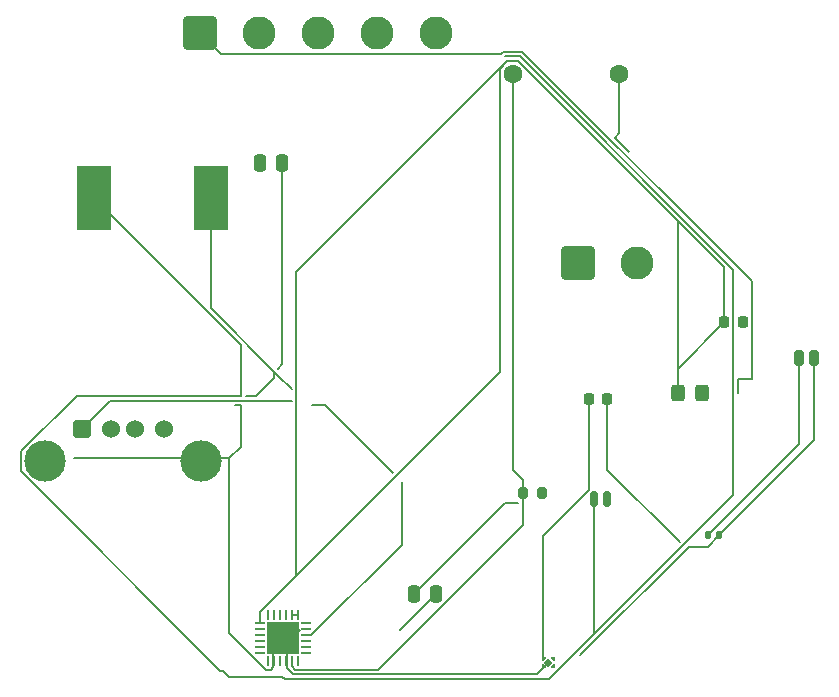
<source format=gbr>
%TF.GenerationSoftware,KiCad,Pcbnew,9.0.0*%
%TF.CreationDate,2025-03-31T12:00:39+05:30*%
%TF.ProjectId,ass kicad,61737320-6b69-4636-9164-2e6b69636164,rev?*%
%TF.SameCoordinates,Original*%
%TF.FileFunction,Copper,L1,Top*%
%TF.FilePolarity,Positive*%
%FSLAX46Y46*%
G04 Gerber Fmt 4.6, Leading zero omitted, Abs format (unit mm)*
G04 Created by KiCad (PCBNEW 9.0.0) date 2025-03-31 12:00:39*
%MOMM*%
%LPD*%
G01*
G04 APERTURE LIST*
G04 Aperture macros list*
%AMRoundRect*
0 Rectangle with rounded corners*
0 $1 Rounding radius*
0 $2 $3 $4 $5 $6 $7 $8 $9 X,Y pos of 4 corners*
0 Add a 4 corners polygon primitive as box body*
4,1,4,$2,$3,$4,$5,$6,$7,$8,$9,$2,$3,0*
0 Add four circle primitives for the rounded corners*
1,1,$1+$1,$2,$3*
1,1,$1+$1,$4,$5*
1,1,$1+$1,$6,$7*
1,1,$1+$1,$8,$9*
0 Add four rect primitives between the rounded corners*
20,1,$1+$1,$2,$3,$4,$5,0*
20,1,$1+$1,$4,$5,$6,$7,0*
20,1,$1+$1,$6,$7,$8,$9,0*
20,1,$1+$1,$8,$9,$2,$3,0*%
%AMRotRect*
0 Rectangle, with rotation*
0 The origin of the aperture is its center*
0 $1 length*
0 $2 width*
0 $3 Rotation angle, in degrees counterclockwise*
0 Add horizontal line*
21,1,$1,$2,0,0,$3*%
%AMFreePoly0*
4,1,6,0.130000,0.115000,0.130000,-0.115000,-0.130000,-0.115000,-0.130000,0.275000,-0.020000,0.275000,0.130000,0.115000,0.130000,0.115000,$1*%
%AMFreePoly1*
4,1,6,0.130000,-0.115000,-0.130000,-0.115000,-0.130000,0.115000,0.020000,0.275000,0.130000,0.275000,0.130000,-0.115000,0.130000,-0.115000,$1*%
G04 Aperture macros list end*
%TA.AperFunction,SMDPad,CuDef*%
%ADD10RoundRect,0.225000X-0.225000X-0.250000X0.225000X-0.250000X0.225000X0.250000X-0.225000X0.250000X0*%
%TD*%
%TA.AperFunction,ComponentPad*%
%ADD11RoundRect,0.250001X-1.149999X-1.149999X1.149999X-1.149999X1.149999X1.149999X-1.149999X1.149999X0*%
%TD*%
%TA.AperFunction,ComponentPad*%
%ADD12C,2.800000*%
%TD*%
%TA.AperFunction,SMDPad,CuDef*%
%ADD13RoundRect,0.208750X-0.208750X-0.431250X0.208750X-0.431250X0.208750X0.431250X-0.208750X0.431250X0*%
%TD*%
%TA.AperFunction,SMDPad,CuDef*%
%ADD14R,2.900000X5.400000*%
%TD*%
%TA.AperFunction,SMDPad,CuDef*%
%ADD15FreePoly0,270.000000*%
%TD*%
%TA.AperFunction,SMDPad,CuDef*%
%ADD16FreePoly1,270.000000*%
%TD*%
%TA.AperFunction,SMDPad,CuDef*%
%ADD17FreePoly0,90.000000*%
%TD*%
%TA.AperFunction,SMDPad,CuDef*%
%ADD18FreePoly1,90.000000*%
%TD*%
%TA.AperFunction,SMDPad,CuDef*%
%ADD19RotRect,0.520000X0.520000X135.000000*%
%TD*%
%TA.AperFunction,ComponentPad*%
%ADD20RoundRect,0.250000X-0.512000X-0.512000X0.512000X-0.512000X0.512000X0.512000X-0.512000X0.512000X0*%
%TD*%
%TA.AperFunction,ComponentPad*%
%ADD21C,1.524000*%
%TD*%
%TA.AperFunction,ComponentPad*%
%ADD22C,3.500000*%
%TD*%
%TA.AperFunction,ComponentPad*%
%ADD23C,1.600000*%
%TD*%
%TA.AperFunction,SMDPad,CuDef*%
%ADD24RoundRect,0.250000X-0.250000X-0.475000X0.250000X-0.475000X0.250000X0.475000X-0.250000X0.475000X0*%
%TD*%
%TA.AperFunction,SMDPad,CuDef*%
%ADD25RoundRect,0.218750X-0.218750X-0.256250X0.218750X-0.256250X0.218750X0.256250X-0.218750X0.256250X0*%
%TD*%
%TA.AperFunction,SMDPad,CuDef*%
%ADD26RoundRect,0.062500X-0.350000X-0.062500X0.350000X-0.062500X0.350000X0.062500X-0.350000X0.062500X0*%
%TD*%
%TA.AperFunction,SMDPad,CuDef*%
%ADD27RoundRect,0.062500X-0.062500X-0.350000X0.062500X-0.350000X0.062500X0.350000X-0.062500X0.350000X0*%
%TD*%
%TA.AperFunction,HeatsinkPad*%
%ADD28C,0.500000*%
%TD*%
%TA.AperFunction,HeatsinkPad*%
%ADD29R,2.700000X2.700000*%
%TD*%
%TA.AperFunction,SMDPad,CuDef*%
%ADD30RoundRect,0.140000X-0.140000X-0.170000X0.140000X-0.170000X0.140000X0.170000X-0.140000X0.170000X0*%
%TD*%
%TA.AperFunction,SMDPad,CuDef*%
%ADD31RoundRect,0.165000X-0.165000X-0.475000X0.165000X-0.475000X0.165000X0.475000X-0.165000X0.475000X0*%
%TD*%
%TA.AperFunction,SMDPad,CuDef*%
%ADD32RoundRect,0.200000X-0.200000X-0.275000X0.200000X-0.275000X0.200000X0.275000X-0.200000X0.275000X0*%
%TD*%
%TA.AperFunction,SMDPad,CuDef*%
%ADD33RoundRect,0.250000X-0.325000X-0.450000X0.325000X-0.450000X0.325000X0.450000X-0.325000X0.450000X0*%
%TD*%
%TA.AperFunction,Conductor*%
%ADD34C,0.200000*%
%TD*%
G04 APERTURE END LIST*
D10*
%TO.P,C6,1*%
%TO.N,+3V3*%
X157450000Y-95500000D03*
%TO.P,C6,2*%
%TO.N,GND*%
X159000000Y-95500000D03*
%TD*%
D11*
%TO.P,J3,1,Pin_1*%
%TO.N,GND*%
X156500000Y-84000000D03*
D12*
%TO.P,J3,2*%
%TO.N,N/C*%
X161500000Y-84000000D03*
%TD*%
D13*
%TO.P,C3,1*%
%TO.N,Net-(U2-EN)*%
X175245000Y-92000000D03*
%TO.P,C3,2*%
%TO.N,GND*%
X176500000Y-92000000D03*
%TD*%
D14*
%TO.P,L1,1,1*%
%TO.N,Net-(C1-Pad1)*%
X115550000Y-78500000D03*
%TO.P,L1,2,2*%
%TO.N,Net-(U2-EN)*%
X125450000Y-78500000D03*
%TD*%
D15*
%TO.P,U2,1,OUT*%
%TO.N,+3V3*%
X153530000Y-117500000D03*
D16*
%TO.P,U2,2,GND*%
%TO.N,GND*%
X153530000Y-118150000D03*
D17*
%TO.P,U2,3,EN*%
%TO.N,Net-(U2-EN)*%
X154500000Y-118150000D03*
D18*
%TO.P,U2,4,IN*%
X154500000Y-117500000D03*
D19*
%TO.P,U2,5,GND*%
%TO.N,GND*%
X154015000Y-117825000D03*
%TD*%
D20*
%TO.P,J2,1,VBUS*%
%TO.N,Net-(D1-A)*%
X114500000Y-98067500D03*
D21*
%TO.P,J2,2,D-*%
%TO.N,unconnected-(J2-D--Pad2)*%
X117000000Y-98067500D03*
%TO.P,J2,3,D+*%
%TO.N,unconnected-(J2-D+-Pad3)*%
X119000000Y-98067500D03*
%TO.P,J2,4,ID*%
%TO.N,unconnected-(J2-ID-Pad4)*%
X121500000Y-98067500D03*
D22*
%TO.P,J2,5,GND*%
%TO.N,GND*%
X111430000Y-100777500D03*
X124570000Y-100777500D03*
%TD*%
D23*
%TO.P,TH1,1*%
%TO.N,Net-(U1-TS)*%
X151000000Y-68000000D03*
%TO.P,TH1,2*%
%TO.N,GND*%
X160000000Y-68000000D03*
%TD*%
D24*
%TO.P,C5,1*%
%TO.N,Net-(U1-REGN)*%
X142600000Y-112000000D03*
%TO.P,C5,2*%
%TO.N,GND*%
X144500000Y-112000000D03*
%TD*%
D25*
%TO.P,D1,1,K*%
%TO.N,Net-(D1-K)*%
X168925000Y-89000000D03*
%TO.P,D1,2,A*%
%TO.N,Net-(D1-A)*%
X170500000Y-89000000D03*
%TD*%
D26*
%TO.P,U1,1,VBUS*%
%TO.N,Net-(D1-K)*%
X129575000Y-114500000D03*
%TO.P,U1,2,D+*%
%TO.N,unconnected-(U1-D+-Pad2)*%
X129575000Y-115000000D03*
%TO.P,U1,3,D-*%
%TO.N,unconnected-(U1-D--Pad3)*%
X129575000Y-115500000D03*
%TO.P,U1,4,STAT*%
%TO.N,unconnected-(U1-STAT-Pad4)*%
X129575000Y-116000000D03*
%TO.P,U1,5,SCL*%
%TO.N,unconnected-(U1-SCL-Pad5)*%
X129575000Y-116500000D03*
%TO.P,U1,6,SDA*%
%TO.N,unconnected-(U1-SDA-Pad6)*%
X129575000Y-117000000D03*
D27*
%TO.P,U1,7,INT*%
%TO.N,unconnected-(U1-INT-Pad7)*%
X130287500Y-117712500D03*
%TO.P,U1,8,OTG*%
%TO.N,GND*%
X130787500Y-117712500D03*
%TO.P,U1,9,~{CE}*%
X131287500Y-117712500D03*
%TO.P,U1,10,ILIM*%
X131787500Y-117712500D03*
%TO.P,U1,11,TS*%
%TO.N,Net-(U1-TS)*%
X132287500Y-117712500D03*
%TO.P,U1,12,~{QON}*%
%TO.N,unconnected-(U1-~{QON}-Pad12)*%
X132787500Y-117712500D03*
D26*
%TO.P,U1,13,BAT*%
%TO.N,unconnected-(U1-BAT-Pad13)*%
X133500000Y-117000000D03*
%TO.P,U1,14,BAT*%
%TO.N,unconnected-(U1-BAT-Pad13)_1*%
X133500000Y-116500000D03*
%TO.P,U1,15,SYS*%
%TO.N,Net-(U2-EN)*%
X133500000Y-116000000D03*
%TO.P,U1,16,SYS*%
X133500000Y-115500000D03*
%TO.P,U1,17,PGND*%
%TO.N,GND*%
X133500000Y-115000000D03*
%TO.P,U1,18,PGND*%
X133500000Y-114500000D03*
D27*
%TO.P,U1,19,SW*%
%TO.N,Net-(C1-Pad1)*%
X132787500Y-113787500D03*
%TO.P,U1,20,SW*%
X132287500Y-113787500D03*
%TO.P,U1,21,BTST*%
%TO.N,Net-(U1-BTST)*%
X131787500Y-113787500D03*
%TO.P,U1,22,REGN*%
%TO.N,Net-(U1-REGN)*%
X131287500Y-113787500D03*
%TO.P,U1,23,PMID*%
%TO.N,unconnected-(U1-PMID-Pad23)*%
X130787500Y-113787500D03*
%TO.P,U1,24,DSEL*%
%TO.N,unconnected-(U1-DSEL-Pad24)*%
X130287500Y-113787500D03*
D28*
%TO.P,U1,25,PGND*%
%TO.N,GND*%
X130437500Y-114650000D03*
X130437500Y-115750000D03*
X130437500Y-116850000D03*
X131537500Y-114650000D03*
X131537500Y-115750000D03*
D29*
X131537500Y-115750000D03*
D28*
X131537500Y-116850000D03*
X132637500Y-114650000D03*
X132637500Y-115750000D03*
X132637500Y-116850000D03*
%TD*%
D30*
%TO.P,C2,1*%
%TO.N,Net-(U2-EN)*%
X167540000Y-107000000D03*
%TO.P,C2,2*%
%TO.N,GND*%
X168500000Y-107000000D03*
%TD*%
D24*
%TO.P,C4,1*%
%TO.N,Net-(U2-EN)*%
X129600000Y-75500000D03*
%TO.P,C4,2*%
%TO.N,GND*%
X131500000Y-75500000D03*
%TD*%
D31*
%TO.P,C1,1*%
%TO.N,Net-(C1-Pad1)*%
X157920000Y-104000000D03*
%TO.P,C1,2*%
%TO.N,Net-(U1-BTST)*%
X159000000Y-104000000D03*
%TD*%
D32*
%TO.P,R1,1*%
%TO.N,Net-(U1-TS)*%
X151850000Y-103500000D03*
%TO.P,R1,2*%
%TO.N,Net-(U1-REGN)*%
X153500000Y-103500000D03*
%TD*%
D11*
%TO.P,J4,1,Pin_1*%
%TO.N,Net-(D2-A)*%
X124500000Y-64500000D03*
D12*
%TO.P,J4,2*%
%TO.N,N/C*%
X129500000Y-64500000D03*
%TO.P,J4,3*%
X134500000Y-64500000D03*
%TO.P,J4,4*%
X139500000Y-64500000D03*
%TO.P,J4,5*%
X144500000Y-64500000D03*
%TD*%
D33*
%TO.P,D2,1,K*%
%TO.N,Net-(D1-K)*%
X164950000Y-95000000D03*
%TO.P,D2,2,A*%
%TO.N,Net-(D2-A)*%
X167000000Y-95000000D03*
%TD*%
D34*
%TO.N,*%
X134000000Y-96000000D02*
X135100000Y-96000000D01*
X135100000Y-96000000D02*
X140839801Y-101739801D01*
%TO.N,Net-(C1-Pad1)*%
X157920000Y-115407752D02*
X157920000Y-104000000D01*
X109379000Y-99927947D02*
X114069447Y-95237500D01*
X151622150Y-66498000D02*
X150377850Y-66498000D01*
X126251947Y-118500000D02*
X109379000Y-101627053D01*
X154099752Y-119228000D02*
X131728000Y-119228000D01*
X128000000Y-90950000D02*
X115550000Y-78500000D01*
X128000000Y-95237500D02*
X128000000Y-90950000D01*
X131500000Y-119000000D02*
X127000000Y-119000000D01*
X157920000Y-115407752D02*
X154099752Y-119228000D01*
X132287500Y-113787500D02*
X132787500Y-113787500D01*
X109379000Y-101627053D02*
X109379000Y-99927947D01*
X131728000Y-119228000D02*
X131500000Y-119000000D01*
X157920000Y-115407752D02*
X169663500Y-103664252D01*
X114069447Y-95237500D02*
X128000000Y-95237500D01*
X127000000Y-119000000D02*
X126500000Y-118500000D01*
X169663500Y-103664252D02*
X169663500Y-84539350D01*
X126500000Y-118500000D02*
X126251947Y-118500000D01*
X169663500Y-84539350D02*
X151622150Y-66498000D01*
%TO.N,Net-(U2-EN)*%
X125450000Y-87832900D02*
X130808550Y-93191450D01*
X125450000Y-78500000D02*
X125450000Y-87832900D01*
X130808550Y-93191450D02*
X131058550Y-93441450D01*
X175245000Y-92000000D02*
X175245000Y-99295000D01*
X130808550Y-93191450D02*
X130808550Y-93691450D01*
X133928298Y-115500000D02*
X141600000Y-107828298D01*
X131058550Y-93441450D02*
X132287500Y-94670400D01*
X175245000Y-99295000D02*
X167540000Y-107000000D01*
X130808550Y-93691450D02*
X129262500Y-95237500D01*
X129262500Y-95237500D02*
X128401000Y-95237500D01*
X141600000Y-107828298D02*
X141600000Y-102500000D01*
X133500000Y-115500000D02*
X133928298Y-115500000D01*
%TO.N,GND*%
X128000000Y-97460500D02*
X128000000Y-96039500D01*
X130713500Y-114926000D02*
X130713500Y-118214798D01*
X127000000Y-100500000D02*
X127960500Y-99539500D01*
X130713500Y-118214798D02*
X130502298Y-118426000D01*
X127960500Y-97500000D02*
X128000000Y-97460500D01*
X131861500Y-118281898D02*
X131861500Y-116210202D01*
X153013000Y-118827000D02*
X132406602Y-118827000D01*
X131500000Y-92539500D02*
X131111850Y-92927650D01*
X127000000Y-115353298D02*
X127000000Y-100500000D01*
X160000000Y-68000000D02*
X160000000Y-73000000D01*
X176500000Y-92000000D02*
X176500000Y-99000000D01*
X130437500Y-114650000D02*
X130713500Y-114926000D01*
X128000000Y-96039500D02*
X127500000Y-96039500D01*
X130072702Y-118426000D02*
X127000000Y-115353298D01*
X130502298Y-118426000D02*
X130072702Y-118426000D01*
X132406602Y-118827000D02*
X131861500Y-118281898D01*
X168500000Y-107000000D02*
X167500000Y-108000000D01*
X131861500Y-116210202D02*
X132997702Y-115074000D01*
X113860000Y-100500000D02*
X127000000Y-100500000D01*
X154015000Y-117825000D02*
X153013000Y-118827000D01*
X159629175Y-73370825D02*
X160879175Y-74620825D01*
X165894852Y-108000000D02*
X156697426Y-117197426D01*
X167500000Y-108000000D02*
X165894852Y-108000000D01*
X159000000Y-95500000D02*
X159000000Y-101500000D01*
X176500000Y-99000000D02*
X168500000Y-107000000D01*
X141426000Y-115074000D02*
X144500000Y-112000000D01*
X160000000Y-73000000D02*
X159629175Y-73370825D01*
X127960500Y-99539500D02*
X127960500Y-97500000D01*
X159000000Y-101500000D02*
X165130326Y-107630326D01*
X131500000Y-75500000D02*
X131500000Y-92539500D01*
%TO.N,Net-(U1-REGN)*%
X150324000Y-104276000D02*
X151449000Y-104276000D01*
X142600000Y-112000000D02*
X150324000Y-104276000D01*
%TO.N,+3V3*%
X157450000Y-103166404D02*
X153530000Y-107086404D01*
X153530000Y-107086404D02*
X153530000Y-117500000D01*
X157450000Y-95500000D02*
X157450000Y-103166404D01*
%TO.N,Net-(D1-A)*%
X114500000Y-98067500D02*
X116929000Y-95638500D01*
X116929000Y-95638500D02*
X132287500Y-95638500D01*
%TO.N,Net-(D1-K)*%
X129575000Y-114500000D02*
X129575000Y-113571702D01*
X168925000Y-89000000D02*
X168925000Y-84367950D01*
X132688500Y-110458202D02*
X129575000Y-113571702D01*
X149899000Y-93247702D02*
X149899000Y-67543950D01*
X164950000Y-95000000D02*
X164950000Y-92975000D01*
X150543950Y-66899000D02*
X132688500Y-84754450D01*
X150543950Y-66899000D02*
X151456050Y-66899000D01*
X168925000Y-84367950D02*
X151456050Y-66899000D01*
X149899000Y-67543950D02*
X150543950Y-66899000D01*
X164950000Y-92975000D02*
X168925000Y-89000000D01*
X151456050Y-66899000D02*
X164950000Y-80392950D01*
X129575000Y-113571702D02*
X149899000Y-93247702D01*
X132688500Y-84754450D02*
X132688500Y-110458202D01*
X129575000Y-113571702D02*
X129575000Y-114000000D01*
X164950000Y-80392950D02*
X164950000Y-95000000D01*
%TO.N,Net-(D2-A)*%
X124500000Y-64500000D02*
X126331900Y-66331900D01*
X126331900Y-66331900D02*
X149976850Y-66331900D01*
X171238500Y-85547250D02*
X171238500Y-93826000D01*
X170064500Y-93826000D02*
X170064500Y-95000000D01*
X150211750Y-66097000D02*
X151788250Y-66097000D01*
X151788250Y-66097000D02*
X171238500Y-85547250D01*
X149976850Y-66331900D02*
X150211750Y-66097000D01*
X171238500Y-93826000D02*
X170064500Y-93826000D01*
%TO.N,Net-(U1-TS)*%
X139585160Y-118426000D02*
X151850000Y-106161160D01*
X132287500Y-118140798D02*
X132572702Y-118426000D01*
X151850000Y-103500000D02*
X151850000Y-102350000D01*
X132572702Y-118426000D02*
X139585160Y-118426000D01*
X151000000Y-101500000D02*
X151000000Y-68000000D01*
X151850000Y-106161160D02*
X151850000Y-103500000D01*
X132287500Y-117712500D02*
X132287500Y-118140798D01*
X151850000Y-102350000D02*
X151000000Y-101500000D01*
%TD*%
M02*

</source>
